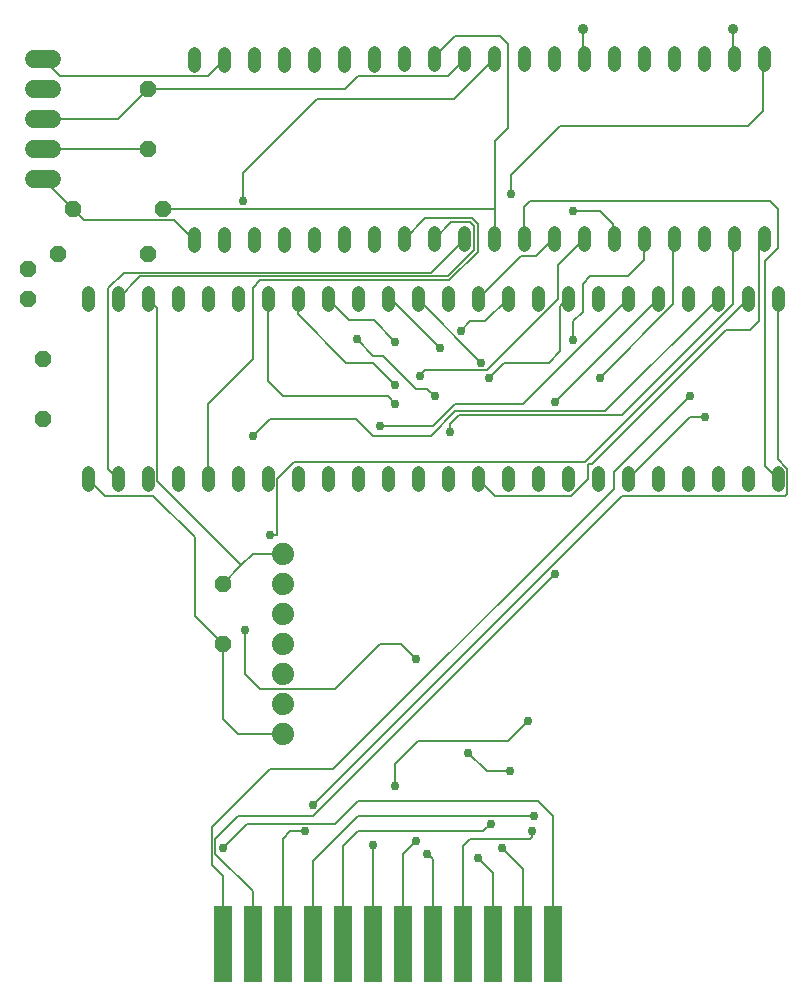
<source format=gbr>
G04 EAGLE Gerber X2 export*
%TF.Part,Single*%
%TF.FileFunction,Copper,L1,Top,Mixed*%
%TF.FilePolarity,Positive*%
%TF.GenerationSoftware,Autodesk,EAGLE,8.7.1*%
%TF.CreationDate,2021-04-04T20:08:03Z*%
G75*
%MOMM*%
%FSLAX34Y34*%
%LPD*%
%AMOC8*
5,1,8,0,0,1.08239X$1,22.5*%
G01*
%ADD10C,1.108000*%
%ADD11C,1.879600*%
%ADD12R,1.524000X6.477000*%
%ADD13P,1.429621X8X112.500000*%
%ADD14C,1.508000*%
%ADD15P,1.429621X8X22.500000*%
%ADD16P,1.429621X8X292.500000*%
%ADD17P,1.429621X8X202.500000*%
%ADD18C,0.152400*%
%ADD19C,0.756400*%
%ADD20C,0.906400*%


D10*
X204613Y629039D02*
X204594Y640119D01*
X229994Y640163D02*
X230013Y629083D01*
X255413Y629128D02*
X255394Y640208D01*
X280794Y640252D02*
X280813Y629172D01*
X306213Y629216D02*
X306194Y640296D01*
X331594Y640341D02*
X331613Y629261D01*
X357013Y629305D02*
X356993Y640385D01*
X382393Y640429D02*
X382413Y629349D01*
X407813Y629394D02*
X407793Y640474D01*
X433193Y640518D02*
X433213Y629438D01*
X458613Y629482D02*
X458593Y640562D01*
X483993Y640607D02*
X484013Y629527D01*
X509413Y629571D02*
X509393Y640651D01*
X534793Y640695D02*
X534813Y629615D01*
X560212Y629660D02*
X560193Y640740D01*
X585593Y640784D02*
X585612Y629704D01*
X611012Y629748D02*
X610993Y640828D01*
X636393Y640873D02*
X636412Y629793D01*
X661812Y629837D02*
X661793Y640917D01*
X687193Y640961D02*
X687212Y629881D01*
X686946Y782281D02*
X686927Y793361D01*
X661527Y793317D02*
X661546Y782237D01*
X636146Y782192D02*
X636127Y793272D01*
X610727Y793228D02*
X610746Y782148D01*
X585346Y782104D02*
X585327Y793184D01*
X559927Y793139D02*
X559946Y782059D01*
X534547Y782015D02*
X534527Y793095D01*
X509127Y793051D02*
X509147Y781971D01*
X483747Y781926D02*
X483727Y793006D01*
X458327Y792962D02*
X458347Y781882D01*
X432947Y781838D02*
X432927Y792918D01*
X407527Y792873D02*
X407547Y781793D01*
X382147Y781749D02*
X382127Y792829D01*
X356727Y792785D02*
X356747Y781705D01*
X331347Y781660D02*
X331328Y792740D01*
X305928Y792696D02*
X305947Y781616D01*
X280547Y781572D02*
X280528Y792652D01*
X255128Y792607D02*
X255147Y781527D01*
X229747Y781483D02*
X229728Y792563D01*
X204328Y792519D02*
X204347Y781439D01*
X114300Y437340D02*
X114300Y426260D01*
X139700Y426260D02*
X139700Y437340D01*
X165100Y437340D02*
X165100Y426260D01*
X190500Y426260D02*
X190500Y437340D01*
X215900Y437340D02*
X215900Y426260D01*
X241300Y426260D02*
X241300Y437340D01*
X266700Y437340D02*
X266700Y426260D01*
X292100Y426260D02*
X292100Y437340D01*
X317500Y437340D02*
X317500Y426260D01*
X342900Y426260D02*
X342900Y437340D01*
X368300Y437340D02*
X368300Y426260D01*
X393700Y426260D02*
X393700Y437340D01*
X419100Y437340D02*
X419100Y426260D01*
X444500Y426260D02*
X444500Y437340D01*
X469900Y437340D02*
X469900Y426260D01*
X495300Y426260D02*
X495300Y437340D01*
X520700Y437340D02*
X520700Y426260D01*
X546100Y426260D02*
X546100Y437340D01*
X571500Y437340D02*
X571500Y426260D01*
X596900Y426260D02*
X596900Y437340D01*
X622300Y437340D02*
X622300Y426260D01*
X647700Y426260D02*
X647700Y437340D01*
X673100Y437340D02*
X673100Y426260D01*
X698500Y426260D02*
X698500Y437340D01*
X698500Y578660D02*
X698500Y589740D01*
X673100Y589740D02*
X673100Y578660D01*
X647700Y578660D02*
X647700Y589740D01*
X622300Y589740D02*
X622300Y578660D01*
X596900Y578660D02*
X596900Y589740D01*
X571500Y589740D02*
X571500Y578660D01*
X546100Y578660D02*
X546100Y589740D01*
X520700Y589740D02*
X520700Y578660D01*
X495300Y578660D02*
X495300Y589740D01*
X469900Y589740D02*
X469900Y578660D01*
X444500Y578660D02*
X444500Y589740D01*
X419100Y589740D02*
X419100Y578660D01*
X393700Y578660D02*
X393700Y589740D01*
X368300Y589740D02*
X368300Y578660D01*
X342900Y578660D02*
X342900Y589740D01*
X317500Y589740D02*
X317500Y578660D01*
X292100Y578660D02*
X292100Y589740D01*
X266700Y589740D02*
X266700Y578660D01*
X241300Y578660D02*
X241300Y589740D01*
X215900Y589740D02*
X215900Y578660D01*
X190500Y578660D02*
X190500Y589740D01*
X165100Y589740D02*
X165100Y578660D01*
X139700Y578660D02*
X139700Y589740D01*
X114300Y589740D02*
X114300Y578660D01*
D11*
X279400Y368300D03*
X279400Y342900D03*
X279400Y317500D03*
X279400Y292100D03*
X279400Y266700D03*
X279400Y241300D03*
X279400Y215900D03*
D12*
X228600Y38100D03*
X254000Y38100D03*
X279400Y38100D03*
X304800Y38100D03*
X330200Y38100D03*
X355600Y38100D03*
X381000Y38100D03*
X406400Y38100D03*
X431800Y38100D03*
X457200Y38100D03*
X482600Y38100D03*
X508000Y38100D03*
D13*
X63500Y584200D03*
X63500Y609600D03*
D14*
X68660Y685800D02*
X83740Y685800D01*
X83740Y711200D02*
X68660Y711200D01*
X68660Y736600D02*
X83740Y736600D01*
X83740Y762000D02*
X68660Y762000D01*
X68660Y787400D02*
X83740Y787400D01*
D13*
X165100Y711200D03*
X165100Y762000D03*
D15*
X88900Y622300D03*
X165100Y622300D03*
D16*
X76200Y533400D03*
X76200Y482600D03*
D17*
X177800Y660400D03*
X101600Y660400D03*
D16*
X228600Y342900D03*
X228600Y292100D03*
D18*
X687388Y442913D02*
X698500Y431800D01*
X165100Y762000D02*
X139700Y736600D01*
X76200Y736600D01*
X241300Y215900D02*
X279400Y215900D01*
X128588Y417513D02*
X114300Y431800D01*
X128588Y417513D02*
X169863Y417513D01*
X204788Y382588D01*
X419100Y773113D02*
X431800Y785813D01*
X419100Y773113D02*
X342900Y773113D01*
X431800Y785813D02*
X432937Y787378D01*
D19*
X228600Y119063D03*
D18*
X241300Y215900D02*
X228600Y228600D01*
X228600Y292100D01*
X204788Y315913D02*
X204788Y382588D01*
X204788Y315913D02*
X228600Y292100D01*
X687388Y442913D02*
X687388Y615950D01*
X331788Y762000D02*
X165100Y762000D01*
X331788Y762000D02*
X342900Y773113D01*
X249238Y139700D02*
X228600Y119063D01*
X249238Y139700D02*
X323850Y139700D01*
X342900Y158750D01*
X495300Y158750D01*
X508000Y146050D01*
X508000Y38100D01*
X484003Y635067D02*
X484003Y661803D01*
X488950Y666750D01*
X692150Y666750D01*
X698500Y660400D01*
X698500Y627063D01*
X687388Y615950D01*
X254000Y368300D02*
X244475Y358775D01*
X228600Y342900D01*
X254000Y368300D02*
X279400Y368300D01*
X165100Y711200D02*
X76200Y711200D01*
X173038Y430213D02*
X244475Y358775D01*
X458788Y660400D02*
X458788Y717550D01*
X458788Y660400D02*
X458788Y636588D01*
X458603Y635022D01*
X458788Y660400D02*
X177800Y660400D01*
D19*
X465138Y119063D03*
D18*
X173038Y576263D02*
X165100Y584200D01*
X173038Y576263D02*
X173038Y430213D01*
X458788Y717550D02*
X469900Y728663D01*
X465138Y119063D02*
X482600Y101600D01*
X482600Y38100D01*
X469900Y800100D02*
X463550Y806450D01*
X425450Y806450D01*
X407537Y788537D01*
X407537Y787333D01*
X469900Y800100D02*
X469900Y728663D01*
D19*
X525463Y658813D03*
D18*
X558928Y634683D02*
X560203Y635200D01*
X547688Y658813D02*
X525463Y658813D01*
X558928Y647572D02*
X558928Y634683D01*
X558928Y647572D02*
X547688Y658813D01*
D19*
X525463Y549275D03*
D18*
X525463Y565150D01*
X533400Y573088D01*
X533400Y596900D01*
X539750Y603250D01*
X571500Y603250D01*
X585603Y617353D01*
X585603Y635244D01*
X609600Y579438D02*
X547688Y517525D01*
D19*
X547688Y517525D03*
D18*
X609600Y633886D02*
X611003Y635288D01*
X609600Y633886D02*
X609600Y579438D01*
D19*
X636588Y484188D03*
D18*
X623888Y484188D01*
X571500Y431800D01*
X400050Y523875D02*
X395288Y519113D01*
X400050Y523875D02*
X452438Y523875D01*
X512763Y584200D01*
D19*
X395288Y519113D03*
D18*
X512763Y613115D02*
X534803Y635155D01*
X512763Y613115D02*
X512763Y584200D01*
X566738Y485775D02*
X660400Y579438D01*
D19*
X420688Y471488D03*
D18*
X660400Y633974D02*
X661803Y635377D01*
X660400Y633974D02*
X660400Y579438D01*
X420688Y477838D02*
X420688Y471488D01*
X420688Y477838D02*
X428625Y485775D01*
X566738Y485775D01*
X458788Y417513D02*
X444500Y431800D01*
X458788Y417513D02*
X523875Y417513D01*
X538163Y431800D01*
X538163Y444500D01*
X541338Y444500D01*
X654844Y558006D01*
X682625Y630844D02*
X687203Y635421D01*
X682625Y630844D02*
X682625Y565150D01*
X675481Y558006D01*
X654844Y558006D01*
X685800Y787400D02*
X686937Y787821D01*
D19*
X473075Y673100D03*
D18*
X473075Y688975D01*
X673100Y730250D02*
X685800Y742950D01*
X685800Y787400D01*
X514350Y730250D02*
X473075Y688975D01*
X514350Y730250D02*
X673100Y730250D01*
D19*
X374650Y495300D03*
D18*
X266700Y514350D02*
X266700Y584200D01*
X368300Y501650D02*
X374650Y495300D01*
X368300Y501650D02*
X279400Y501650D01*
X266700Y514350D01*
D19*
X374650Y511175D03*
D18*
X292100Y571500D02*
X292100Y584200D01*
X292100Y571500D02*
X333375Y530225D01*
X355600Y530225D02*
X374650Y511175D01*
X355600Y530225D02*
X333375Y530225D01*
D19*
X374650Y547688D03*
D18*
X356517Y565821D01*
X335879Y565821D02*
X317500Y584200D01*
X335879Y565821D02*
X356517Y565821D01*
D19*
X341948Y550228D03*
X407988Y501650D03*
D18*
X392565Y508000D02*
X364558Y536008D01*
X356167Y536008D02*
X341948Y550228D01*
X356167Y536008D02*
X364558Y536008D01*
X401638Y508000D02*
X407988Y501650D01*
X401638Y508000D02*
X392565Y508000D01*
D19*
X412750Y542925D03*
D18*
X371475Y584200D02*
X368300Y584200D01*
X371475Y584200D02*
X412750Y542925D01*
X447675Y530225D02*
X393700Y584200D01*
D19*
X447675Y530225D03*
X436563Y200025D03*
X471488Y184150D03*
D18*
X452438Y184150D02*
X436563Y200025D01*
X452438Y184150D02*
X471488Y184150D01*
X444500Y584200D02*
X481013Y620713D01*
X493713Y620713D01*
X508000Y635000D01*
X509403Y635111D01*
D19*
X430213Y557213D03*
X444500Y111125D03*
D18*
X457200Y98425D01*
X457200Y38100D01*
X430213Y557213D02*
X438150Y565150D01*
X450850Y565150D02*
X469900Y584200D01*
X450850Y565150D02*
X438150Y565150D01*
D19*
X490538Y133350D03*
D18*
X438150Y127000D02*
X431800Y120650D01*
X431800Y38100D01*
X488950Y127000D02*
X490538Y128588D01*
X490538Y133350D01*
X488950Y127000D02*
X438150Y127000D01*
D19*
X247650Y303848D03*
X392113Y279400D03*
X392113Y125413D03*
D18*
X392113Y279400D02*
X379413Y292100D01*
X392113Y125413D02*
X381000Y114300D01*
X381000Y38100D01*
X379413Y292100D02*
X361950Y292100D01*
X247650Y303848D02*
X247650Y266700D01*
X260350Y254000D01*
X323850Y254000D01*
X361950Y292100D01*
D19*
X487363Y227013D03*
X374650Y171450D03*
X356235Y121920D03*
D18*
X355600Y44450D02*
X355600Y38100D01*
X469900Y209550D02*
X487363Y227013D01*
X469900Y209550D02*
X393700Y209550D01*
X374650Y190500D01*
X374650Y171450D01*
X356235Y121920D02*
X356235Y42545D01*
X355600Y44450D01*
X382588Y635000D02*
X400050Y652463D01*
X382588Y635000D02*
X382403Y634889D01*
X260350Y600075D02*
X254000Y593725D01*
X254000Y533400D01*
X439286Y652463D02*
X444373Y647375D01*
X439286Y652463D02*
X400050Y652463D01*
X444373Y647375D02*
X444373Y624212D01*
X420236Y600075D01*
X260350Y600075D01*
X215900Y495300D02*
X215900Y431800D01*
X215900Y495300D02*
X254000Y533400D01*
X404813Y606425D02*
X431800Y633413D01*
X433203Y634978D01*
X131874Y590662D02*
X131763Y590550D01*
X131874Y590662D02*
X131874Y592982D01*
X145317Y606425D01*
X404813Y606425D01*
X139700Y431800D02*
X131763Y439738D01*
X131763Y590550D01*
X139700Y584200D02*
X158750Y603250D01*
X419100Y603250D01*
X441325Y625475D01*
X438150Y649288D02*
X422275Y649288D01*
X407988Y635000D01*
X407803Y634934D01*
X438150Y649288D02*
X441325Y646113D01*
X441325Y625475D01*
D19*
X246063Y666750D03*
D18*
X246063Y690563D01*
X308769Y753269D01*
X424184Y753269D02*
X458337Y787422D01*
X424184Y753269D02*
X308769Y753269D01*
X203200Y635000D02*
X187325Y650875D01*
X111125Y650875D01*
X101600Y660400D01*
X203200Y635000D02*
X204603Y634579D01*
X101600Y660400D02*
X76200Y685800D01*
X215900Y773113D02*
X228600Y785813D01*
X215900Y773113D02*
X90488Y773113D01*
X76200Y787400D01*
X228600Y785813D02*
X229737Y787023D01*
X466725Y530225D02*
X454025Y517525D01*
D19*
X454025Y517525D03*
X455613Y139700D03*
D18*
X449263Y133350D01*
X342900Y133350D01*
X330200Y120650D01*
X330200Y38100D01*
X514350Y577850D02*
X520700Y584200D01*
X514350Y577850D02*
X514350Y539750D01*
X504825Y530225D01*
X466725Y530225D01*
D19*
X492125Y146050D03*
D18*
X304800Y107950D02*
X304800Y38100D01*
X304800Y107950D02*
X342900Y146050D01*
X492125Y146050D01*
X482600Y495300D02*
X571500Y584200D01*
X482600Y495300D02*
X425450Y495300D01*
D19*
X361950Y476250D03*
X298450Y133350D03*
D18*
X285750Y133350D01*
X279400Y127000D01*
X279400Y38100D01*
X361950Y476250D02*
X406400Y476250D01*
X425450Y495300D01*
X509588Y496888D02*
X596900Y584200D01*
X509588Y350838D02*
X304800Y146050D01*
D19*
X509588Y496888D03*
X509588Y350838D03*
D18*
X241300Y146050D02*
X222250Y127000D01*
X241300Y146050D02*
X304800Y146050D01*
X222250Y127000D02*
X222250Y114300D01*
X254000Y82550D02*
X254000Y38100D01*
X254000Y82550D02*
X222250Y114300D01*
X559594Y437356D02*
X623888Y501650D01*
D19*
X623888Y501650D03*
D18*
X559594Y437356D02*
X559594Y423069D01*
X322263Y185738D01*
X268288Y185738D02*
X219202Y136652D01*
X268288Y185738D02*
X322263Y185738D01*
X228600Y95250D02*
X219202Y104648D01*
X228600Y95250D02*
X228600Y38100D01*
X219202Y104648D02*
X219202Y136652D01*
X552450Y488950D02*
X647700Y584200D01*
D19*
X254000Y468313D03*
D18*
X425450Y488950D02*
X552450Y488950D01*
X404813Y468313D02*
X355600Y468313D01*
X404813Y468313D02*
X425450Y488950D01*
X268288Y482600D02*
X254000Y468313D01*
X341313Y482600D02*
X355600Y468313D01*
X341313Y482600D02*
X268288Y482600D01*
X534988Y446088D02*
X673100Y584200D01*
X534988Y446088D02*
X288925Y446088D01*
X274638Y431800D01*
X274638Y384175D01*
X268288Y384175D01*
D19*
X268288Y384175D03*
D18*
X566738Y417513D02*
X704850Y417513D01*
X566738Y417513D02*
X304800Y155575D01*
D19*
X304800Y155575D03*
D18*
X704850Y417513D02*
X706438Y419100D01*
X706438Y440470D01*
X698500Y448408D01*
X698500Y584200D01*
D19*
X401638Y114300D03*
D18*
X406400Y109538D01*
X406400Y38100D01*
D20*
X533400Y812800D03*
D18*
X533400Y787400D01*
D20*
X660400Y812800D03*
D18*
X660400Y787400D01*
M02*

</source>
